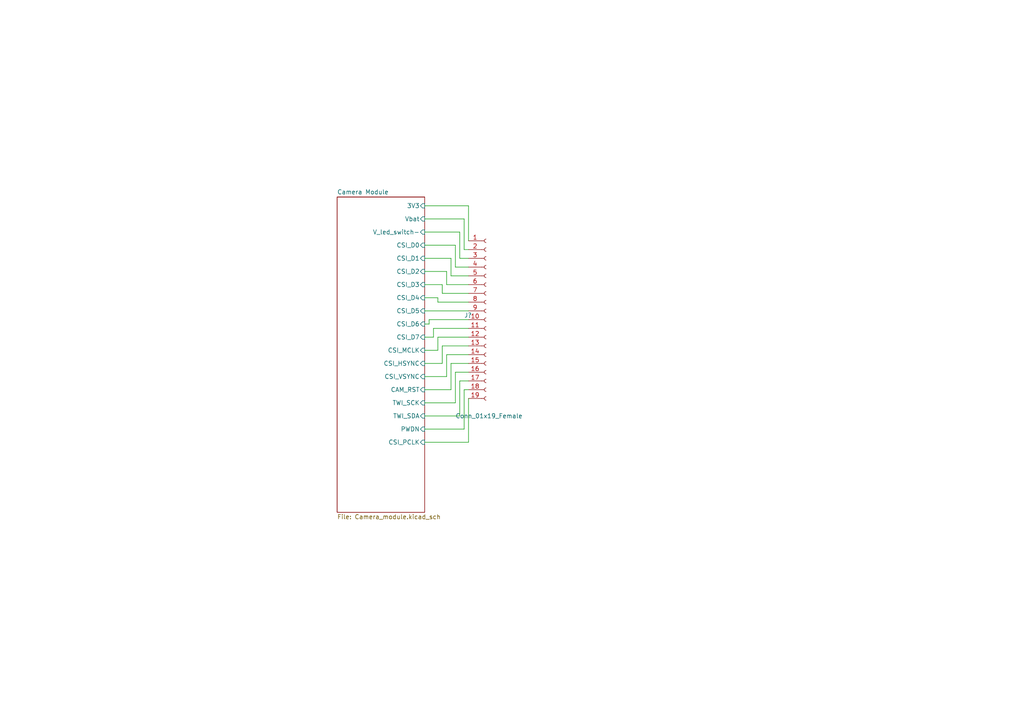
<source format=kicad_sch>
(kicad_sch (version 20211123) (generator eeschema)
  (paper "A4")
  (lib_symbols
    (symbol "Connector:Conn_01x19_Female" (pin_names (offset 1.016) hide)
      (property "Reference" "J" (at 0 25.4 0))
      (property "Value" "Conn_01x19_Female" (at 0 -25.4 0))
      (symbol "Conn_01x19_Female_1_1"
        (arc (start 0 -22.352) (mid -0.508 -22.86) (end 0 -23.368) (stroke (width 0.1524)))
        (arc (start 0 -19.812) (mid -0.508 -20.32) (end 0 -20.828) (stroke (width 0.1524)))
        (arc (start 0 -17.272) (mid -0.508 -17.78) (end 0 -18.288) (stroke (width 0.1524)))
        (arc (start 0 -14.732) (mid -0.508 -15.24) (end 0 -15.748) (stroke (width 0.1524)))
        (arc (start 0 -12.192) (mid -0.508 -12.7) (end 0 -13.208) (stroke (width 0.1524)))
        (arc (start 0 -9.652) (mid -0.508 -10.16) (end 0 -10.668) (stroke (width 0.1524)))
        (arc (start 0 -7.112) (mid -0.508 -7.62) (end 0 -8.128) (stroke (width 0.1524)))
        (arc (start 0 -4.572) (mid -0.508 -5.08) (end 0 -5.588) (stroke (width 0.1524)))
        (arc (start 0 -2.032) (mid -0.508 -2.54) (end 0 -3.048) (stroke (width 0.1524)))
        (polyline (pts (xy -1.27 -22.86) (xy -0.508 -22.86)) (stroke (width 0.1524)))
        (polyline (pts (xy -1.27 -20.32) (xy -0.508 -20.32)) (stroke (width 0.1524)))
        (polyline (pts (xy -1.27 -17.78) (xy -0.508 -17.78)) (stroke (width 0.1524)))
        (polyline (pts (xy -1.27 -15.24) (xy -0.508 -15.24)) (stroke (width 0.1524)))
        (polyline (pts (xy -1.27 -12.7) (xy -0.508 -12.7)) (stroke (width 0.1524)))
        (polyline (pts (xy -1.27 -10.16) (xy -0.508 -10.16)) (stroke (width 0.1524)))
        (polyline (pts (xy -1.27 -7.62) (xy -0.508 -7.62)) (stroke (width 0.1524)))
        (polyline (pts (xy -1.27 -5.08) (xy -0.508 -5.08)) (stroke (width 0.1524)))
        (polyline (pts (xy -1.27 -2.54) (xy -0.508 -2.54)) (stroke (width 0.1524)))
        (polyline (pts (xy -1.27 0) (xy -0.508 0)) (stroke (width 0.1524)))
        (polyline (pts (xy -1.27 2.54) (xy -0.508 2.54)) (stroke (width 0.1524)))
        (polyline (pts (xy -1.27 5.08) (xy -0.508 5.08)) (stroke (width 0.1524)))
        (polyline (pts (xy -1.27 7.62) (xy -0.508 7.62)) (stroke (width 0.1524)))
        (polyline (pts (xy -1.27 10.16) (xy -0.508 10.16)) (stroke (width 0.1524)))
        (polyline (pts (xy -1.27 12.7) (xy -0.508 12.7)) (stroke (width 0.1524)))
        (polyline (pts (xy -1.27 15.24) (xy -0.508 15.24)) (stroke (width 0.1524)))
        (polyline (pts (xy -1.27 17.78) (xy -0.508 17.78)) (stroke (width 0.1524)))
        (polyline (pts (xy -1.27 20.32) (xy -0.508 20.32)) (stroke (width 0.1524)))
        (polyline (pts (xy -1.27 22.86) (xy -0.508 22.86)) (stroke (width 0.1524)))
        (arc (start 0 0.508) (mid -0.508 0) (end 0 -0.508) (stroke (width 0.1524)))
        (arc (start 0 3.048) (mid -0.508 2.54) (end 0 2.032) (stroke (width 0.1524)))
        (arc (start 0 5.588) (mid -0.508 5.08) (end 0 4.572) (stroke (width 0.1524)))
        (arc (start 0 8.128) (mid -0.508 7.62) (end 0 7.112) (stroke (width 0.1524)))
        (arc (start 0 10.668) (mid -0.508 10.16) (end 0 9.652) (stroke (width 0.1524)))
        (arc (start 0 13.208) (mid -0.508 12.7) (end 0 12.192) (stroke (width 0.1524)))
        (arc (start 0 15.748) (mid -0.508 15.24) (end 0 14.732) (stroke (width 0.1524)))
        (arc (start 0 18.288) (mid -0.508 17.78) (end 0 17.272) (stroke (width 0.1524)))
        (arc (start 0 20.828) (mid -0.508 20.32) (end 0 19.812) (stroke (width 0.1524)))
        (arc (start 0 23.368) (mid -0.508 22.86) (end 0 22.352) (stroke (width 0.1524)))
        (pin passive line (at -5.08 22.86 0) (length 3.81) (name "Pin_1") (number "1"))
        (pin passive line (at -5.08 0 0) (length 3.81) (name "Pin_10") (number "10"))
        (pin passive line (at -5.08 -2.54 0) (length 3.81) (name "Pin_11") (number "11"))
        (pin passive line (at -5.08 -5.08 0) (length 3.81) (name "Pin_12") (number "12"))
        (pin passive line (at -5.08 -7.62 0) (length 3.81) (name "Pin_13") (number "13"))
        (pin passive line (at -5.08 -10.16 0) (length 3.81) (name "Pin_14") (number "14"))
        (pin passive line (at -5.08 -12.7 0) (length 3.81) (name "Pin_15") (number "15"))
        (pin passive line (at -5.08 -15.24 0) (length 3.81) (name "Pin_16") (number "16"))
        (pin passive line (at -5.08 -17.78 0) (length 3.81) (name "Pin_17") (number "17"))
        (pin passive line (at -5.08 -20.32 0) (length 3.81) (name "Pin_18") (number "18"))
        (pin passive line (at -5.08 -22.86 0) (length 3.81) (name "Pin_19") (number "19"))
        (pin passive line (at -5.08 20.32 0) (length 3.81) (name "Pin_2") (number "2"))
        (pin passive line (at -5.08 17.78 0) (length 3.81) (name "Pin_3") (number "3"))
        (pin passive line (at -5.08 15.24 0) (length 3.81) (name "Pin_4") (number "4"))
        (pin passive line (at -5.08 12.7 0) (length 3.81) (name "Pin_5") (number "5"))
        (pin passive line (at -5.08 10.16 0) (length 3.81) (name "Pin_6") (number "6"))
        (pin passive line (at -5.08 7.62 0) (length 3.81) (name "Pin_7") (number "7"))
        (pin passive line (at -5.08 5.08 0) (length 3.81) (name "Pin_8") (number "8"))
        (pin passive line (at -5.08 2.54 0) (length 3.81) (name "Pin_9") (number "9"))
      )
    )
  )
  (wire (pts (xy 123.19 63.5) (xy 134.62 63.5)))
  (wire (pts (xy 134.62 63.5) (xy 134.62 72.39)))
  (wire (pts (xy 124.46 92.71) (xy 135.89 92.71)))
  (wire (pts (xy 132.08 116.84) (xy 132.08 107.95)))
  (wire (pts (xy 123.19 128.27) (xy 135.89 128.27)))
  (wire (pts (xy 123.19 120.65) (xy 133.35 120.65)))
  (wire (pts (xy 130.81 80.01) (xy 135.89 80.01)))
  (wire (pts (xy 132.08 107.95) (xy 135.89 107.95)))
  (wire (pts (xy 130.81 74.93) (xy 130.81 80.01)))
  (wire (pts (xy 123.19 109.22) (xy 129.54 109.22)))
  (wire (pts (xy 123.19 59.69) (xy 135.89 59.69)))
  (wire (pts (xy 132.08 77.47) (xy 135.89 77.47)))
  (wire (pts (xy 129.54 82.55) (xy 135.89 82.55)))
  (wire (pts (xy 135.89 85.09) (xy 128.27 85.09)))
  (wire (pts (xy 135.89 115.57) (xy 135.89 128.27)))
  (wire (pts (xy 123.19 105.41) (xy 128.27 105.41)))
  (wire (pts (xy 123.19 124.46) (xy 134.62 124.46)))
  (wire (pts (xy 134.62 113.03) (xy 134.62 124.46)))
  (wire (pts (xy 123.19 93.98) (xy 124.46 93.98)))
  (wire (pts (xy 135.89 69.85) (xy 135.89 59.69)))
  (wire (pts (xy 135.89 113.03) (xy 134.62 113.03)))
  (wire (pts (xy 125.73 95.25) (xy 125.73 97.79)))
  (wire (pts (xy 132.08 71.12) (xy 132.08 77.47)))
  (wire (pts (xy 127 86.36) (xy 127 87.63)))
  (wire (pts (xy 123.19 74.93) (xy 130.81 74.93)))
  (wire (pts (xy 128.27 85.09) (xy 128.27 82.55)))
  (wire (pts (xy 125.73 97.79) (xy 123.19 97.79)))
  (wire (pts (xy 124.46 93.98) (xy 124.46 92.71)))
  (wire (pts (xy 133.35 74.93) (xy 133.35 67.31)))
  (wire (pts (xy 129.54 78.74) (xy 129.54 82.55)))
  (wire (pts (xy 127 87.63) (xy 135.89 87.63)))
  (wire (pts (xy 135.89 95.25) (xy 125.73 95.25)))
  (wire (pts (xy 135.89 74.93) (xy 133.35 74.93)))
  (wire (pts (xy 123.19 90.17) (xy 135.89 90.17)))
  (wire (pts (xy 123.19 67.31) (xy 133.35 67.31)))
  (wire (pts (xy 135.89 105.41) (xy 130.81 105.41)))
  (wire (pts (xy 127 101.6) (xy 127 97.79)))
  (wire (pts (xy 127 97.79) (xy 135.89 97.79)))
  (wire (pts (xy 133.35 110.49) (xy 133.35 120.65)))
  (wire (pts (xy 123.19 101.6) (xy 127 101.6)))
  (wire (pts (xy 123.19 86.36) (xy 127 86.36)))
  (wire (pts (xy 129.54 109.22) (xy 129.54 102.87)))
  (wire (pts (xy 135.89 110.49) (xy 133.35 110.49)))
  (wire (pts (xy 130.81 105.41) (xy 130.81 113.03)))
  (wire (pts (xy 123.19 82.55) (xy 128.27 82.55)))
  (wire (pts (xy 123.19 71.12) (xy 132.08 71.12)))
  (wire (pts (xy 134.62 72.39) (xy 135.89 72.39)))
  (wire (pts (xy 123.19 116.84) (xy 132.08 116.84)))
  (wire (pts (xy 128.27 100.33) (xy 128.27 105.41)))
  (wire (pts (xy 123.19 113.03) (xy 130.81 113.03)))
  (wire (pts (xy 123.19 78.74) (xy 129.54 78.74)))
  (wire (pts (xy 135.89 100.33) (xy 128.27 100.33)))
  (wire (pts (xy 129.54 102.87) (xy 135.89 102.87)))
  (symbol (lib_id "Connector:Conn_01x19_Female") (at 140.97 92.71 0) (unit 1)
    (property "Reference" "J?" (at 134.62 91.44 0) (effects (justify left)))
    (property "Value" "Conn_01x19_Female" (at 132.08 120.65 0) (effects (justify left)))
    (property "Footprint" "Connector_PinHeader_2.54mm:PinHeader_1x19_P2.54mm_Vertical" (effects hide))
  )
  (sheet (at 97.79 57.15) (size 25.4 91.44)
    (property "Sheet name" "Camera Module" (at 97.79 56.4384 0) (effects (justify left bottom)))
    (property "Sheet file" "Camera_module.kicad_sch" (at 97.79 149.1746 0) (effects (justify left top)))
    (pin "CSI_D0" input (at 123.19 71.12 0))
    (pin "CSI_D1" input (at 123.19 74.93 0))
    (pin "CSI_D2" input (at 123.19 78.74 0))
    (pin "CSI_D3" input (at 123.19 82.55 0))
    (pin "CSI_D4" input (at 123.19 86.36 0))
    (pin "CSI_D5" input (at 123.19 90.17 0))
    (pin "CSI_D6" input (at 123.19 93.98 0))
    (pin "CSI_D7" input (at 123.19 97.79 0))
    (pin "CSI_MCLK" input (at 123.19 101.6 0))
    (pin "CSI_HSYNC" input (at 123.19 105.41 0))
    (pin "CSI_VSYNC" input (at 123.19 109.22 0))
    (pin "CAM_RST" input (at 123.19 113.03 0))
    (pin "TWI_SCK" input (at 123.19 116.84 0))
    (pin "TWI_SDA" input (at 123.19 120.65 0))
    (pin "3V3" input (at 123.19 59.69 0))
    (pin "V_led_switch-" input (at 123.19 67.31 0))
    (pin "Vbat" input (at 123.19 63.5 0))
    (pin "PWDN" input (at 123.19 124.46 0))
    (pin "CSI_PCLK" input (at 123.19 128.27 0))
  )
)
</source>
